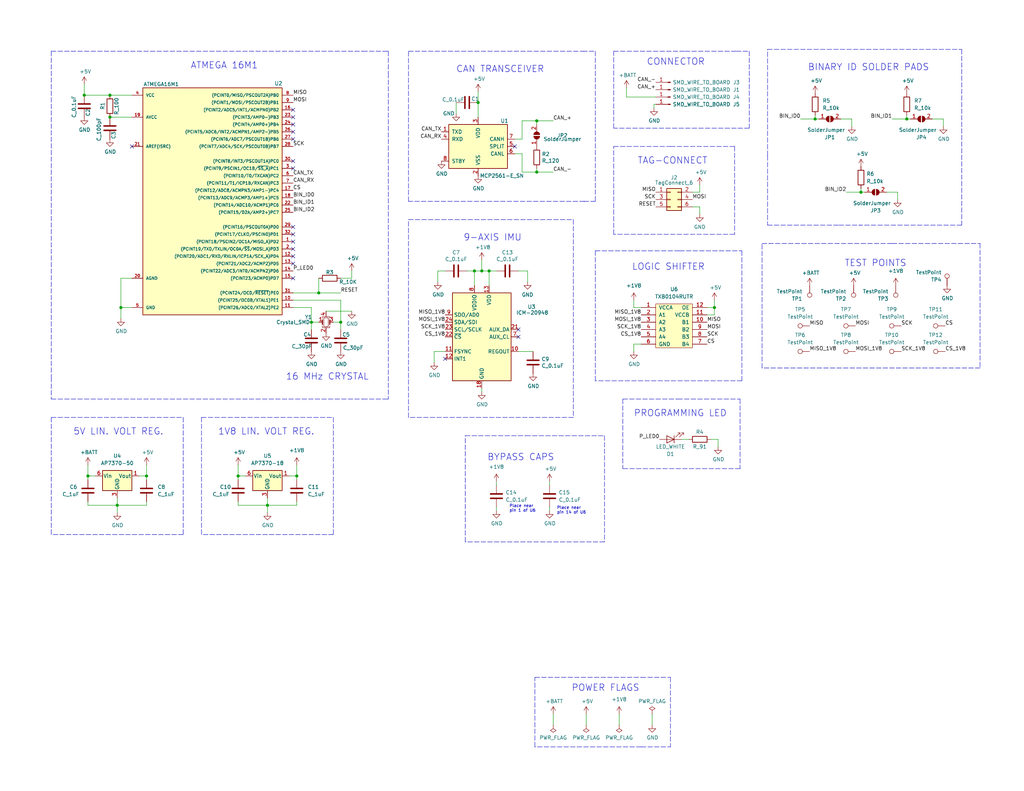
<source format=kicad_sch>
(kicad_sch (version 20211123) (generator eeschema)
  (paper "User" 354.99 274.32)
  (title_block (title "OEM 9-Axis IMU") (date "2022-12-29") (rev "v01") (company "Olin Electric Motorsports") (comment 1 "Drew Pang"))
  (junction (at 107.95 111.76))
  (junction (at 314.325 41.275))
  (junction (at 118.11 111.76))
  (junction (at 38.1 40.64))
  (junction (at 102.87 165.1))
  (junction (at 282.575 41.275))
  (junction (at 165.735 35.56))
  (junction (at 247.65 106.68))
  (junction (at 164.465 93.98))
  (junction (at 186.055 59.69))
  (junction (at 50.8 165.1))
  (junction (at 110.49 101.6))
  (junction (at 167.005 93.98))
  (junction (at 298.45 66.675))
  (junction (at 29.21 33.02))
  (junction (at 41.91 106.68))
  (junction (at 169.545 93.98))
  (junction (at 30.48 165.1))
  (junction (at 92.71 175.26))
  (junction (at 186.055 41.91))
  (junction (at 82.55 165.1))
  (junction (at 38.1 33.02))
  (junction (at 40.64 175.26))
  (no_connect (at 101.6 48.26))
  (no_connect (at 154.305 124.46))
  (no_connect (at 101.6 81.28))
  (no_connect (at 101.6 78.74))
  (no_connect (at 179.705 116.84))
  (no_connect (at 101.6 83.82))
  (no_connect (at 179.705 114.3))
  (no_connect (at 101.6 88.9))
  (no_connect (at 101.6 91.44))
  (no_connect (at 101.6 38.1))
  (no_connect (at 101.6 86.36))
  (no_connect (at 101.6 55.88))
  (no_connect (at 101.6 45.72))
  (no_connect (at 101.6 58.42))
  (no_connect (at 101.6 40.64))
  (no_connect (at 45.72 50.8))
  (no_connect (at 101.6 96.52))
  (no_connect (at 101.6 43.18))
  (no_connect (at 178.435 50.8))
  (wire (pts (xy 30.48 173.99) (xy 30.48 175.26)))
  (polyline (pts (xy 259.715 44.45) (xy 255.27 44.45)))
  (wire (pts (xy 118.11 96.52) (xy 121.92 96.52)))
  (wire (pts (xy 164.465 93.98) (xy 164.465 99.06)))
  (wire (pts (xy 92.71 175.26) (xy 92.71 177.8)))
  (wire (pts (xy 33.02 165.1) (xy 30.48 165.1)))
  (wire (pts (xy 107.95 111.76) (xy 107.95 106.68)))
  (polyline (pts (xy 134.62 17.78) (xy 134.62 25.4)))
  (wire (pts (xy 102.87 173.99) (xy 102.87 175.26)))
  (wire (pts (xy 277.495 41.275) (xy 282.575 41.275)))
  (wire (pts (xy 101.6 101.6) (xy 110.49 101.6)))
  (wire (pts (xy 179.705 121.92) (xy 184.785 121.92)))
  (polyline (pts (xy 237.49 17.78) (xy 255.27 17.78)))
  (polyline (pts (xy 206.375 17.78) (xy 206.375 69.85)))
  (polyline (pts (xy 133.35 138.43) (xy 134.62 138.43)))
  (polyline (pts (xy 17.78 17.78) (xy 125.73 17.78)))
  (wire (pts (xy 121.92 96.52) (xy 121.92 93.98)))
  (polyline (pts (xy 212.725 17.78) (xy 237.49 17.78)))
  (wire (pts (xy 186.055 41.91) (xy 191.77 41.91)))
  (polyline (pts (xy 266.065 53.975) (xy 266.065 17.145)))
  (wire (pts (xy 150.495 121.92) (xy 150.495 125.73)))
  (wire (pts (xy 246.38 152.4) (xy 248.92 152.4)))
  (wire (pts (xy 180.975 59.69) (xy 186.055 59.69)))
  (wire (pts (xy 30.48 161.29) (xy 30.48 165.1)))
  (polyline (pts (xy 141.605 76.2) (xy 198.755 76.2)))
  (wire (pts (xy 190.5 175.895) (xy 190.5 177.165)))
  (polyline (pts (xy 115.57 144.78) (xy 115.57 185.42)))
  (wire (pts (xy 48.26 165.1) (xy 50.8 165.1)))
  (wire (pts (xy 182.88 93.98) (xy 182.88 97.79)))
  (wire (pts (xy 298.45 66.675) (xy 298.45 65.405)))
  (polyline (pts (xy 333.375 17.145) (xy 333.375 78.105)))
  (wire (pts (xy 282.575 41.275) (xy 283.845 41.275)))
  (polyline (pts (xy 309.245 84.455) (xy 339.725 84.455)))
  (wire (pts (xy 180.975 41.91) (xy 186.055 41.91)))
  (wire (pts (xy 41.91 106.68) (xy 41.91 96.52)))
  (wire (pts (xy 82.55 165.1) (xy 82.55 166.37)))
  (polyline (pts (xy 222.25 259.08) (xy 232.41 259.08)))
  (wire (pts (xy 314.325 41.275) (xy 314.325 40.005)))
  (wire (pts (xy 169.545 99.06) (xy 169.545 93.98)))
  (wire (pts (xy 172.085 167.005) (xy 172.085 168.275)))
  (polyline (pts (xy 212.725 44.45) (xy 212.725 17.78)))
  (polyline (pts (xy 234.95 138.43) (xy 256.54 138.43)))
  (polyline (pts (xy 63.5 185.42) (xy 17.78 185.42)))
  (wire (pts (xy 247.65 109.22) (xy 247.65 106.68)))
  (wire (pts (xy 40.64 172.72) (xy 40.64 175.26)))
  (wire (pts (xy 164.465 93.98) (xy 167.005 93.98)))
  (polyline (pts (xy 300.355 17.145) (xy 333.375 17.145)))
  (polyline (pts (xy 141.605 144.78) (xy 141.605 76.2)))
  (wire (pts (xy 102.87 165.1) (xy 102.87 166.37)))
  (wire (pts (xy 236.22 152.4) (xy 238.76 152.4)))
  (wire (pts (xy 167.005 93.98) (xy 169.545 93.98)))
  (wire (pts (xy 245.11 106.68) (xy 247.65 106.68)))
  (polyline (pts (xy 141.605 69.85) (xy 141.605 17.78)))
  (polyline (pts (xy 125.73 138.43) (xy 133.35 138.43)))
  (wire (pts (xy 107.95 114.3) (xy 107.95 111.76)))
  (polyline (pts (xy 339.725 127.635) (xy 264.16 127.635)))
  (wire (pts (xy 113.03 107.95) (xy 121.92 107.95)))
  (polyline (pts (xy 222.25 234.95) (xy 232.41 234.95)))
  (wire (pts (xy 41.91 106.68) (xy 45.72 106.68)))
  (wire (pts (xy 165.735 35.56) (xy 165.735 31.75)))
  (polyline (pts (xy 257.175 86.995) (xy 257.175 132.08)))
  (wire (pts (xy 118.11 111.76) (xy 118.11 114.3)))
  (wire (pts (xy 309.245 41.275) (xy 314.325 41.275)))
  (polyline (pts (xy 264.16 84.455) (xy 309.245 84.455)))
  (polyline (pts (xy 185.42 259.08) (xy 185.42 234.95)))
  (polyline (pts (xy 161.29 151.13) (xy 182.245 151.13)))
  (polyline (pts (xy 255.27 17.78) (xy 259.715 17.78)))
  (wire (pts (xy 50.8 161.29) (xy 50.8 165.1)))
  (wire (pts (xy 222.25 119.38) (xy 219.71 119.38)))
  (polyline (pts (xy 17.78 17.78) (xy 17.78 130.81)))
  (wire (pts (xy 41.91 96.52) (xy 45.72 96.52)))
  (polyline (pts (xy 264.16 127.635) (xy 264.16 84.455)))
  (wire (pts (xy 217.17 33.655) (xy 227.33 33.655)))
  (wire (pts (xy 311.15 69.215) (xy 311.15 66.675)))
  (polyline (pts (xy 215.9 138.43) (xy 234.95 138.43)))
  (wire (pts (xy 295.275 43.815) (xy 295.275 41.275)))
  (wire (pts (xy 314.325 41.275) (xy 315.595 41.275)))
  (polyline (pts (xy 209.55 187.96) (xy 161.29 187.96)))
  (wire (pts (xy 178.435 53.34) (xy 180.975 53.34)))
  (wire (pts (xy 115.57 111.76) (xy 118.11 111.76)))
  (wire (pts (xy 295.275 41.275) (xy 291.465 41.275)))
  (polyline (pts (xy 255.27 44.45) (xy 212.725 44.45)))
  (wire (pts (xy 203.2 251.46) (xy 203.2 247.65)))
  (wire (pts (xy 248.92 152.4) (xy 248.92 154.94)))
  (wire (pts (xy 29.21 29.21) (xy 29.21 33.02)))
  (wire (pts (xy 311.15 66.675) (xy 307.34 66.675)))
  (wire (pts (xy 110.49 101.6) (xy 118.11 101.6)))
  (wire (pts (xy 282.575 41.275) (xy 282.575 40.005)))
  (wire (pts (xy 100.33 165.1) (xy 102.87 165.1)))
  (polyline (pts (xy 69.85 144.78) (xy 69.85 185.42)))
  (wire (pts (xy 167.005 93.98) (xy 167.005 90.17)))
  (wire (pts (xy 180.975 41.91) (xy 180.975 48.26)))
  (polyline (pts (xy 256.54 162.56) (xy 215.9 162.56)))
  (polyline (pts (xy 182.245 151.13) (xy 209.55 151.13)))
  (wire (pts (xy 30.48 175.26) (xy 40.64 175.26)))
  (polyline (pts (xy 134.62 25.4) (xy 134.62 138.43)))
  (wire (pts (xy 110.49 101.6) (xy 110.49 96.52)))
  (wire (pts (xy 226.695 37.465) (xy 226.695 36.195)))
  (polyline (pts (xy 232.41 50.8) (xy 254.635 50.8)))
  (wire (pts (xy 186.055 59.69) (xy 191.77 59.69)))
  (polyline (pts (xy 266.065 17.145) (xy 300.355 17.145)))
  (polyline (pts (xy 290.83 78.105) (xy 298.45 78.105)))
  (polyline (pts (xy 206.375 132.08) (xy 206.375 86.995)))
  (polyline (pts (xy 133.35 17.78) (xy 134.62 17.78)))
  (wire (pts (xy 82.55 175.26) (xy 92.71 175.26)))
  (polyline (pts (xy 198.755 76.2) (xy 198.755 144.78)))
  (wire (pts (xy 245.11 109.22) (xy 247.65 109.22)))
  (wire (pts (xy 178.435 48.26) (xy 180.975 48.26)))
  (polyline (pts (xy 161.29 187.96) (xy 161.29 151.13)))
  (wire (pts (xy 107.95 111.76) (xy 110.49 111.76)))
  (wire (pts (xy 242.57 64.135) (xy 242.57 66.675)))
  (polyline (pts (xy 201.93 17.78) (xy 206.375 17.78)))
  (wire (pts (xy 50.8 173.99) (xy 50.8 175.26)))
  (wire (pts (xy 172.085 175.895) (xy 172.085 177.165)))
  (polyline (pts (xy 202.565 69.85) (xy 141.605 69.85)))
  (polyline (pts (xy 266.065 53.975) (xy 266.065 78.105)))
  (wire (pts (xy 50.8 165.1) (xy 50.8 166.37)))
  (wire (pts (xy 85.09 165.1) (xy 82.55 165.1)))
  (polyline (pts (xy 339.725 84.455) (xy 339.725 127.635)))
  (wire (pts (xy 240.03 66.675) (xy 242.57 66.675)))
  (polyline (pts (xy 266.065 78.105) (xy 290.83 78.105)))
  (wire (pts (xy 102.87 175.26) (xy 92.71 175.26)))
  (polyline (pts (xy 125.73 17.78) (xy 133.35 17.78)))
  (wire (pts (xy 242.57 71.755) (xy 242.57 74.295)))
  (wire (pts (xy 247.65 104.14) (xy 247.65 106.68)))
  (polyline (pts (xy 235.585 86.995) (xy 257.175 86.995)))
  (wire (pts (xy 29.21 33.02) (xy 38.1 33.02)))
  (wire (pts (xy 118.11 104.14) (xy 101.6 104.14)))
  (polyline (pts (xy 215.9 138.43) (xy 215.9 162.56)))
  (polyline (pts (xy 206.375 86.995) (xy 235.585 86.995)))
  (polyline (pts (xy 115.57 185.42) (xy 69.85 185.42)))
  (polyline (pts (xy 256.54 138.43) (xy 256.54 162.56)))
  (wire (pts (xy 38.1 40.64) (xy 45.72 40.64)))
  (wire (pts (xy 38.1 33.02) (xy 45.72 33.02)))
  (wire (pts (xy 41.91 110.49) (xy 41.91 106.68)))
  (polyline (pts (xy 141.605 17.78) (xy 202.565 17.78)))
  (polyline (pts (xy 17.78 130.81) (xy 17.78 138.43)))
  (polyline (pts (xy 212.725 81.28) (xy 212.725 50.8)))
  (wire (pts (xy 293.37 66.675) (xy 298.45 66.675)))
  (wire (pts (xy 167.005 134.62) (xy 167.005 135.89)))
  (polyline (pts (xy 212.725 50.8) (xy 232.41 50.8)))
  (polyline (pts (xy 69.85 144.78) (xy 115.57 144.78)))
  (wire (pts (xy 82.55 173.99) (xy 82.55 175.26)))
  (wire (pts (xy 161.925 93.98) (xy 164.465 93.98)))
  (wire (pts (xy 298.45 66.675) (xy 299.72 66.675)))
  (polyline (pts (xy 206.375 69.85) (xy 201.93 69.85)))
  (polyline (pts (xy 17.78 144.78) (xy 63.5 144.78)))
  (polyline (pts (xy 333.375 78.105) (xy 297.815 78.105)))
  (wire (pts (xy 214.63 247.65) (xy 214.63 251.46)))
  (wire (pts (xy 226.06 247.65) (xy 226.06 251.46)))
  (wire (pts (xy 82.55 161.29) (xy 82.55 165.1)))
  (wire (pts (xy 327.025 43.815) (xy 327.025 41.275)))
  (wire (pts (xy 154.305 121.92) (xy 150.495 121.92)))
  (polyline (pts (xy 232.41 234.95) (xy 232.41 259.08)))
  (wire (pts (xy 222.25 106.68) (xy 219.71 106.68)))
  (wire (pts (xy 151.765 93.98) (xy 151.765 97.79)))
  (polyline (pts (xy 17.78 138.43) (xy 125.73 138.43)))
  (wire (pts (xy 179.705 93.98) (xy 182.88 93.98)))
  (polyline (pts (xy 63.5 144.78) (xy 63.5 185.42)))
  (wire (pts (xy 30.48 165.1) (xy 30.48 166.37)))
  (wire (pts (xy 40.64 175.26) (xy 40.64 177.8)))
  (polyline (pts (xy 254.635 50.8) (xy 254.635 81.28)))
  (wire (pts (xy 92.71 172.72) (xy 92.71 175.26)))
  (polyline (pts (xy 254.635 81.28) (xy 212.725 81.28)))
  (wire (pts (xy 226.695 36.195) (xy 227.33 36.195)))
  (wire (pts (xy 118.11 111.76) (xy 118.11 104.14)))
  (polyline (pts (xy 17.78 144.78) (xy 17.78 185.42)))
  (wire (pts (xy 50.8 175.26) (xy 40.64 175.26)))
  (wire (pts (xy 151.765 93.98) (xy 154.305 93.98)))
  (wire (pts (xy 217.17 30.48) (xy 217.17 33.655)))
  (wire (pts (xy 190.5 167.005) (xy 190.5 168.275)))
  (wire (pts (xy 158.115 35.56) (xy 158.115 39.37)))
  (wire (pts (xy 186.055 43.18) (xy 186.055 41.91)))
  (wire (pts (xy 219.71 119.38) (xy 219.71 121.92)))
  (polyline (pts (xy 257.175 132.08) (xy 206.375 132.08)))
  (wire (pts (xy 219.71 104.14) (xy 219.71 106.68)))
  (wire (pts (xy 191.77 247.65) (xy 191.77 251.46)))
  (wire (pts (xy 169.545 93.98) (xy 172.085 93.98)))
  (wire (pts (xy 327.025 41.275) (xy 323.215 41.275)))
  (wire (pts (xy 107.95 106.68) (xy 101.6 106.68)))
  (polyline (pts (xy 185.42 234.95) (xy 222.25 234.95)))
  (polyline (pts (xy 259.715 17.78) (xy 259.715 44.45)))
  (wire (pts (xy 186.055 58.42) (xy 186.055 59.69)))
  (wire (pts (xy 102.87 161.29) (xy 102.87 165.1)))
  (polyline (pts (xy 222.25 259.08) (xy 185.42 259.08)))
  (wire (pts (xy 165.735 40.64) (xy 165.735 35.56)))
  (wire (pts (xy 240.03 71.755) (xy 242.57 71.755)))
  (polyline (pts (xy 209.55 151.13) (xy 209.55 187.96)))
  (polyline (pts (xy 198.755 144.78) (xy 141.605 144.78)))
  (wire (pts (xy 180.975 53.34) (xy 180.975 59.69)))
  (text "BYPASS CAPS" (at 168.91 160.02 0) (effects (font (size 2.2606 2.2606)) (justify left bottom)))
  (text "BINARY ID SOLDER PADS" (at 280.035 24.765 0) (effects (font (size 2.2606 2.2606)) (justify left bottom)))
  (text "1V8 LIN. VOLT REG." (at 75.565 151.13 0) (effects (font (size 2.2606 2.2606)) (justify left bottom)))
  (text "CAN TRANSCEIVER\n" (at 158.115 25.4 0) (effects (font (size 2.2606 2.2606)) (justify left bottom)))
  (text "TEST POINTS" (at 292.735 92.71 0) (effects (font (size 2.2606 2.2606)) (justify left bottom)))
  (text "16 MHz CRYSTAL\n" (at 99.06 132.08 0) (effects (font (size 2.2606 2.2606)) (justify left bottom)))
  (text "Place near \npin 14 of U6" (at 193.04 178.435 0) (effects (font (size 1 1)) (justify left bottom)))
  (text "TAG-CONNECT" (at 220.98 57.15 0) (effects (font (size 2.2606 2.2606)) (justify left bottom)))
  (text "CONNECTOR" (at 224.155 22.86 0) (effects (font (size 2.2606 2.2606)) (justify left bottom)))
  (text "LOGIC SHIFTER" (at 219.075 93.98 0) (effects (font (size 2.2606 2.2606)) (justify left bottom)))
  (text "5V LIN. VOLT REG." (at 25.4 151.13 0) (effects (font (size 2.2606 2.2606)) (justify left bottom)))
  (text "POWER FLAGS\n" (at 198.12 240.03 0) (effects (font (size 2.2606 2.2606)) (justify left bottom)))
  (text "ATMEGA 16M1\n" (at 66.04 24.13 0) (effects (font (size 2.2606 2.2606)) (justify left bottom)))
  (text "PROGRAMMING LED" (at 219.71 144.78 0) (effects (font (size 2.2606 2.2606)) (justify left bottom)))
  (text "9-AXIS IMU" (at 160.655 83.82 0) (effects (font (size 2.2606 2.2606)) (justify left bottom)))
  (text "Place near \npin 1 of U6" (at 176.53 177.8 0) (effects (font (size 1 1)) (justify left bottom)))
  (label "CS_1V8" (at 154.305 116.84 180))
  (label "MOSI" (at 240.03 69.215 0))
  (label "BIN_ID0" (at 277.495 41.275 180))
  (label "SCK_1V8" (at 312.42 121.92 0))
  (label "MOSI_1V8" (at 296.545 121.92 0))
  (label "MISO_1V8" (at 154.305 109.22 180))
  (label "BIN_ID1" (at 309.245 41.275 180))
  (label "CAN_TX" (at 101.6 60.96 0))
  (label "SCK" (at 312.42 113.03 0))
  (label "SCK" (at 245.11 116.84 0))
  (label "P_LED0" (at 228.6 152.4 180))
  (label "CS_1V8" (at 327.66 121.92 0))
  (label "MISO" (at 280.67 113.03 0))
  (label "CAN_-" (at 191.77 59.69 0))
  (label "CAN_+" (at 227.33 31.115 180))
  (label "BIN_ID0" (at 101.6 68.58 0))
  (label "MOSI_1V8" (at 154.305 111.76 180))
  (label "CAN_RX" (at 153.035 48.26 180))
  (label "CAN_RX" (at 101.6 63.5 0))
  (label "CS" (at 101.6 66.04 0))
  (label "CAN_-" (at 227.33 28.575 180))
  (label "MOSI" (at 101.6 35.56 0))
  (label "BIN_ID1" (at 101.6 71.12 0))
  (label "P_LED0" (at 101.6 93.98 0))
  (label "MISO" (at 245.11 111.76 0))
  (label "SCK" (at 101.6 50.8 0))
  (label "SCK_1V8" (at 222.25 114.3 180))
  (label "MOSI_1V8" (at 222.25 111.76 180))
  (label "BIN_ID2" (at 101.6 73.66 0))
  (label "MOSI" (at 296.545 113.03 0))
  (label "RESET" (at 118.11 101.6 0))
  (label "MISO_1V8" (at 222.25 109.22 180))
  (label "CAN_TX" (at 153.035 45.72 180))
  (label "CAN_+" (at 191.77 41.91 0))
  (label "SCK_1V8" (at 154.305 114.3 180))
  (label "MISO" (at 227.33 66.675 180))
  (label "SCK" (at 227.33 69.215 180))
  (label "CS" (at 245.11 119.38 0))
  (label "MOSI" (at 245.11 114.3 0))
  (label "MISO" (at 101.6 33.02 0))
  (label "BIN_ID2" (at 293.37 66.675 180))
  (label "MISO_1V8" (at 280.67 121.92 0))
  (label "CS" (at 327.66 113.03 0))
  (label "RESET" (at 227.33 71.755 180))
  (label "CS_1V8" (at 222.25 116.84 180))
  (symbol (lib_id "power:GND") (at 226.06 251.46 0) (unit 1)
    (property "Reference" "#PWR?" (effects hide))
    (property "Value" "GND" (at 226.187 255.8542 0))
  )
  (symbol (lib_id "formula:ATMEGA16M1") (at 73.66 76.2 0) (unit 1)
    (property "Reference" "U2" (at 96.52 28.956 0))
    (property "Value" "ATMEGA16M1" (at 55.88 29.21 0))
    (property "Footprint" "footprints:32-QFN" (effects hide))
    (property "Datasheet" "http://ww1.microchip.com/downloads/en/DeviceDoc/Atmel-8209-8-bit%20AVR%20ATmega16M1-32M1-64M1_Datasheet.pdf" (effects hide))
    (property "MFN" "DK" (effects hide))
    (property "MPN" "ATMEGA16M1-AU-ND" (effects hide))
    (property "PurchasingLink" "https://www.digikey.com/product-detail/en/atmel/ATMEGA16M1-AU/ATMEGA16M1-AU-ND/2271208" (effects hide))
  )
  (symbol (lib_id "formula:R_100") (at 38.1 36.83 0) (unit 1)
    (property "Reference" "R1" (at 35.56 38.1 90) (effects (justify left)))
    (property "Value" "R_100" (at 40.386 39.878 90) (effects (justify left)))
    (property "Footprint" "footprints:R_0603_1608Metric" (effects hide))
    (property "Datasheet" "https://www.seielect.com/Catalog/SEI-rncp.pdf" (effects hide))
    (property "MFN" "DK" (effects hide))
    (property "MPN" "RNCP0805FTD100RCT-ND" (effects hide))
    (property "PurchasingLink" "https://www.digikey.com/products/en?keywords=RNCP0805FTD100RCT-ND" (effects hide))
  )
  (symbol (lib_id "formula:C_0.1uF") (at 29.21 36.83 0) (unit 1)
    (property "Reference" "C2" (at 30.48 40.386 90) (effects (justify left)))
    (property "Value" "C_0.1uF" (at 25.654 40.894 90) (effects (justify left)))
    (property "Footprint" "footprints:C_0603_1608Metric" (effects hide))
    (property "Datasheet" "http://datasheets.avx.com/X7RDielectric.pdf" (effects hide))
    (property "MFN" "DK" (effects hide))
    (property "MPN" "478-3352-1-ND" (effects hide))
    (property "PurchasingLink" "https://www.digikey.com/products/en?keywords=478-3352-1-ND" (effects hide))
  )
  (symbol (lib_id "formula:C_100pF") (at 38.1 44.45 0) (unit 1)
    (property "Reference" "C3" (at 39.37 48.26 90) (effects (justify left)))
    (property "Value" "C_100pF" (at 34.29 49.022 90) (effects (justify left)))
    (property "Footprint" "footprints:C_0603_1608Metric" (effects hide))
    (property "Datasheet" "https://katalog.we-online.de/pbs/datasheet/885012007057.pdf" (effects hide))
    (property "MFN" "DK" (effects hide))
    (property "MPN" "732-7852-1-ND" (effects hide))
    (property "PurchasingLink" "https://www.digikey.com/product-detail/en/wurth-electronics-inc/885012007057/732-7852-1-ND/5454479" (effects hide))
  )
  (symbol (lib_id "power:GND") (at 29.21 40.64 0) (unit 1)
    (property "Reference" "#PWR?" (effects hide))
    (property "Value" "GND" (at 29.337 45.0342 0))
  )
  (symbol (lib_id "power:GND") (at 38.1 48.26 0) (unit 1)
    (property "Reference" "#PWR?" (effects hide))
    (property "Value" "GND" (at 38.227 52.6542 0))
  )
  (symbol (lib_id "formula:Crystal_SMD") (at 113.03 111.76 0) (unit 1)
    (property "Reference" "Y1" (at 105.664 109.982 0) (effects (justify left)))
    (property "Value" "Crystal_SMD" (at 95.758 111.76 0) (effects (justify left)))
    (property "Footprint" "footprints:Crystal_SMD_FA238" (effects hide))
    (property "Datasheet" "http://www.txccorp.com/download/products/quartz_crystals/2015TXC_7M_17.pdf" (effects hide))
    (property "MFN" "DK" (effects hide))
    (property "MPN" "887-1125-1-ND" (effects hide))
    (property "PurchasingLink" "https://www.digikey.com/product-detail/en/txc-corporation/7M-16.000MAAJ-T/887-1125-1-ND/2119014" (effects hide))
  )
  (symbol (lib_id "formula:C_30pF") (at 107.95 118.11 0) (unit 1)
    (property "Reference" "C4" (at 105.156 116.078 0) (effects (justify left)))
    (property "Value" "C_30pF" (at 101.092 120.142 0) (effects (justify left)))
    (property "Footprint" "footprints:C_0603_1608Metric" (effects hide))
    (property "Datasheet" "https://media.digikey.com/pdf/Data%20Sheets/Samsung%20PDFs/CL_Series_MLCC_ds.pdf" (effects hide))
    (property "MFN" "DK" (effects hide))
    (property "MPN" "1276-1130-1-ND" (effects hide))
    (property "PurchasingLink" "https://www.digikey.com/product-detail/en/samsung-electro-mechanics-america-inc/CL21C300JBANNNC/1276-1130-1-ND/3889216" (effects hide))
  )
  (symbol (lib_id "formula:C_30pF") (at 118.11 118.11 0) (unit 1)
    (property "Reference" "C5" (at 118.618 116.078 0) (effects (justify left)))
    (property "Value" "C_30pF" (at 118.872 120.65 0) (effects (justify left)))
    (property "Footprint" "footprints:C_0603_1608Metric" (effects hide))
    (property "Datasheet" "https://media.digikey.com/pdf/Data%20Sheets/Samsung%20PDFs/CL_Series_MLCC_ds.pdf" (effects hide))
    (property "MFN" "DK" (effects hide))
    (property "MPN" "1276-1130-1-ND" (effects hide))
    (property "PurchasingLink" "https://www.digikey.com/product-detail/en/samsung-electro-mechanics-america-inc/CL21C300JBANNNC/1276-1130-1-ND/3889216" (effects hide))
  )
  (symbol (lib_id "formula:R_10K") (at 114.3 96.52 270) (unit 1)
    (property "Reference" "R3" (at 114.3 94.488 90))
    (property "Value" "R_10K" (at 120.65 97.79 90))
    (property "Footprint" "footprints:R_0603_1608Metric" (effects hide))
    (property "Datasheet" "http://www.bourns.com/data/global/pdfs/CRS.pdf" (effects hide))
    (property "MFN" "DK" (effects hide))
    (property "MPN" "CRS0805-FX-1002ELFCT-ND" (effects hide))
    (property "PurchasingLink" "https://www.digikey.com/products/en?keywords=CRS0805-FX-1002ELFCT-ND" (effects hide))
  )
  (symbol (lib_id "power:GND") (at 107.95 121.92 0) (unit 1)
    (property "Reference" "#PWR?" (effects hide))
    (property "Value" "GND" (at 108.077 126.3142 0))
  )
  (symbol (lib_id "power:GND") (at 118.11 121.92 0) (unit 1)
    (property "Reference" "#PWR?" (effects hide))
    (property "Value" "GND" (at 118.237 126.3142 0))
  )
  (symbol (lib_id "power:GND") (at 113.03 115.57 0) (unit 1)
    (property "Reference" "#PWR?" (effects hide))
    (property "Value" "GND" (at 113.157 119.9642 0))
  )
  (symbol (lib_id "power:GND") (at 121.92 107.95 0) (unit 1)
    (property "Reference" "#PWR?" (effects hide))
    (property "Value" "GND" (at 122.047 112.3442 0))
  )
  (symbol (lib_id "power:GND") (at 41.91 110.49 0) (unit 1)
    (property "Reference" "#PWR?" (effects hide))
    (property "Value" "GND" (at 42.037 114.8842 0))
  )
  (symbol (lib_id "formula:MCP2561-E_SN") (at 165.735 50.8 0) (unit 1)
    (property "Reference" "U1" (at 174.879 41.91 0))
    (property "Value" "MCP2561-E_SN" (at 173.99 60.96 0))
    (property "Footprint" "footprints:DFN8_3x3MC_MCH" (effects hide))
    (property "Datasheet" "http://www.microchip.com/mymicrochip/filehandler.aspx?ddocname=en561044" (effects hide))
    (property "MFN" "DK" (effects hide))
    (property "MPN" "MCP2561-E/SN-ND" (effects hide))
    (property "PurchasingLink" "https://www.digikey.com/products/en?keywords=mcp2561-e%2Fsn" (effects hide))
  )
  (symbol (lib_id "formula:C_0.1uF") (at 161.925 35.56 270) (unit 1)
    (property "Reference" "C1" (at 164.719 34.29 90))
    (property "Value" "C_0.1uF" (at 157.099 34.544 90))
    (property "Footprint" "footprints:C_0603_1608Metric" (effects hide))
    (property "Datasheet" "http://datasheets.avx.com/X7RDielectric.pdf" (effects hide))
    (property "MFN" "DK" (effects hide))
    (property "MPN" "478-3352-1-ND" (effects hide))
    (property "PurchasingLink" "https://www.digikey.com/products/en?keywords=478-3352-1-ND" (effects hide))
  )
  (symbol (lib_id "power:GND") (at 158.115 39.37 0) (unit 1)
    (property "Reference" "#PWR?" (effects hide))
    (property "Value" "GND" (at 155.575 39.37 0))
  )
  (symbol (lib_id "power:GND") (at 165.735 60.96 0) (unit 1)
    (property "Reference" "#PWR?" (effects hide))
    (property "Value" "GND" (at 165.862 65.3542 0))
  )
  (symbol (lib_id "power:GND") (at 153.035 55.88 0) (unit 1)
    (property "Reference" "#PWR?" (effects hide))
    (property "Value" "GND" (at 153.162 60.2742 0))
  )
  (symbol (lib_id "power:PWR_FLAG") (at 191.77 251.46 180) (unit 1)
    (property "Reference" "#FLG?" (effects hide))
    (property "Value" "PWR_FLAG" (at 191.77 255.8796 0))
  )
  (symbol (lib_id "power:PWR_FLAG") (at 203.2 251.46 180) (unit 1)
    (property "Reference" "#FLG?" (effects hide))
    (property "Value" "PWR_FLAG" (at 203.2 255.8796 0))
  )
  (symbol (lib_id "power:PWR_FLAG") (at 226.06 247.65 0) (unit 1)
    (property "Reference" "#FLG?" (effects hide))
    (property "Value" "PWR_FLAG" (at 226.06 243.2304 0))
  )
  (symbol (lib_id "formula:R_120_DNP") (at 186.055 54.61 0) (unit 1)
    (property "Reference" "R2" (at 187.833 53.4416 0) (effects (justify left)))
    (property "Value" "R_120" (at 187.833 55.753 0) (effects (justify left)))
    (property "Footprint" "footprints:R_0603_1608Metric" (effects hide))
    (property "Datasheet" "https://www.mouser.com/datasheet/2/315/AOA0000C304-1149620.pdf" (effects hide))
    (property "MFN" "DK" (effects hide))
    (property "MPN" "667-ERJ-6ENF1200V" (effects hide))
    (property "PurchasingLink" "https://www.mouser.com/ProductDetail/Panasonic-Industrial-Devices/ERJ-6ENF1200V?qs=sGAEpiMZZMvdGkrng054t8AJgcdMkx7x%252bFQnctTMUmU%3d" (effects hide))
  )
  (symbol (lib_id "power:+5V") (at 29.21 29.21 0) (unit 1)
    (property "Reference" "#PWR?" (effects hide))
    (property "Value" "+5V" (at 29.591 24.8158 0))
  )
  (symbol (lib_id "power:+5V") (at 203.2 247.65 0) (unit 1)
    (property "Reference" "#PWR?" (effects hide))
    (property "Value" "+5V" (at 203.581 243.2558 0))
  )
  (symbol (lib_id "formula:ICM-20948") (at 167.005 116.84 0) (unit 1)
    (property "Reference" "U3" (at 184.277 106.426 0))
    (property "Value" "ICM-20948" (at 184.531 108.458 0))
    (property "Footprint" "Sensor_Motion:InvenSense_QFN-24_3x3mm_P0.4mm" (effects hide))
    (property "Datasheet" "http://www.invensense.com/wp-content/uploads/2016/06/DS-000189-ICM-20948-v1.3.pdf" (effects hide))
    (property "MPN" "ICM-20948" (effects hide))
    (property "PurchasingLink" "https://www.digikey.com/en/products/detail/tdk-invensense/ICM-20948/6623535" (effects hide))
  )
  (symbol (lib_id "power:GND") (at 167.005 135.89 0) (unit 1)
    (property "Reference" "#PWR?" (effects hide))
    (property "Value" "GND" (at 167.132 140.2842 0))
  )
  (symbol (lib_id "power:GND") (at 151.765 97.79 0) (unit 1)
    (property "Reference" "#PWR?" (effects hide))
    (property "Value" "GND" (at 151.892 102.1842 0))
  )
  (symbol (lib_id "formula:C_0.1uF") (at 158.115 93.98 270) (unit 1)
    (property "Reference" "C7" (at 158.115 87.5792 90))
    (property "Value" "C_0.1uF" (at 158.115 89.8906 90))
    (property "Footprint" "footprints:C_0603_1608Metric" (effects hide))
    (property "Datasheet" "http://datasheets.avx.com/X7RDielectric.pdf" (effects hide))
    (property "MFN" "DK" (effects hide))
    (property "MPN" "478-3352-1-ND" (effects hide))
    (property "PurchasingLink" "https://www.digikey.com/products/en?keywords=478-3352-1-ND" (effects hide))
  )
  (symbol (lib_id "power:+1V8") (at 167.005 90.17 0) (unit 1)
    (property "Reference" "#PWR?" (effects hide))
    (property "Value" "+1V8" (at 167.386 85.7758 0))
  )
  (symbol (lib_id "power:GND") (at 150.495 125.73 0) (unit 1)
    (property "Reference" "#PWR?" (effects hide))
    (property "Value" "GND" (at 150.622 130.1242 0))
  )
  (symbol (lib_id "formula:C_0.1uF") (at 184.785 125.73 180) (unit 1)
    (property "Reference" "C9" (at 187.706 124.5616 0) (effects (justify right)))
    (property "Value" "C_0.1uF" (at 187.706 126.873 0) (effects (justify right)))
    (property "Footprint" "footprints:C_0603_1608Metric" (effects hide))
    (property "Datasheet" "http://datasheets.avx.com/X7RDielectric.pdf" (effects hide))
    (property "MFN" "DK" (effects hide))
    (property "MPN" "478-3352-1-ND" (effects hide))
    (property "PurchasingLink" "https://www.digikey.com/products/en?keywords=478-3352-1-ND" (effects hide))
  )
  (symbol (lib_id "power:GND") (at 184.785 129.54 0) (unit 1)
    (property "Reference" "#PWR?" (effects hide))
    (property "Value" "GND" (at 184.912 133.9342 0))
  )
  (symbol (lib_id "formula:LED_0805") (at 232.41 152.4 180) (unit 1)
    (property "Reference" "D1" (at 232.41 157.48 0))
    (property "Value" "LED_WHITE" (at 232.41 154.94 0))
    (property "Footprint" "LED_SMD:LED_0603_1608Metric" (effects hide))
    (property "Datasheet" "https://optoelectronics.liteon.com/upload/download/DS22-2006-056/LTW-170ZDC.pdf" (effects hide))
    (property "MFN" "DK" (effects hide))
    (property "MPN" "LTW-170ZDC" (effects hide))
    (property "PurchasingLink" "https://www.digikey.com/en/products/detail/liteon/LTW-170ZDC/3198807" (effects hide))
  )
  (symbol (lib_id "power:+BATT") (at 191.77 247.65 0) (unit 1)
    (property "Reference" "#PWR?" (effects hide))
    (property "Value" "+BATT" (at 192.151 243.2558 0))
  )
  (symbol (lib_id "power:+5V") (at 121.92 93.98 0) (unit 1)
    (property "Reference" "#PWR?" (effects hide))
    (property "Value" "+5V" (at 122.301 89.5858 0))
  )
  (symbol (lib_id "power:+5V") (at 165.735 31.75 0) (unit 1)
    (property "Reference" "#PWR?" (effects hide))
    (property "Value" "+5V" (at 166.116 27.3558 0))
  )
  (symbol (lib_id "Connector:TestPoint") (at 295.91 99.06 180) (unit 1)
    (property "Reference" "TP2" (at 293.37 103.6321 0) (effects (justify left)))
    (property "Value" "TestPoint" (at 293.37 101.0921 0) (effects (justify left)))
    (property "Footprint" "footprints:TestPoint_Pad_D0.5mm" (effects hide))
  )
  (symbol (lib_id "Connector:TestPoint") (at 296.545 121.92 90) (unit 1)
    (property "Reference" "TP8" (at 293.243 116.205 90))
    (property "Value" "TestPoint" (at 293.243 118.745 90))
    (property "Footprint" "footprints:TestPoint_Pad_D0.5mm" (effects hide))
  )
  (symbol (lib_id "power:+5V") (at 190.5 167.005 0) (unit 1)
    (property "Reference" "#PWR035" (effects hide))
    (property "Value" "+5V" (at 190.881 162.6108 0))
  )
  (symbol (lib_id "Connector:TestPoint") (at 328.295 99.06 0) (unit 1)
    (property "Reference" "TP4" (at 326.39 97.0281 0) (effects (justify right)))
    (property "Value" "TestPoint" (at 326.39 94.4881 0) (effects (justify right)))
    (property "Footprint" "footprints:TestPoint_Pad_D0.5mm" (effects hide))
  )
  (symbol (lib_id "power:+1V8") (at 214.63 247.65 0) (unit 1)
    (property "Reference" "#PWR?" (effects hide))
    (property "Value" "+1V8" (at 214.63 242.57 0))
  )
  (symbol (lib_id "formula:C_1uF") (at 102.87 171.45 0) (unit 1)
    (property "Reference" "C11" (at 106.68 168.9099 0) (effects (justify left)))
    (property "Value" "C_1uF" (at 106.68 171.4499 0) (effects (justify left)))
    (property "Footprint" "footprints:C_0603_1608Metric" (effects hide))
    (property "Datasheet" "https://media.digikey.com/pdf/Data%20Sheets/Samsung%20PDFs/CL21B105KBFNNNG_Spec.pdf" (effects hide))
    (property "PurchasingLink" "https://www.digikey.com/en/products/detail/samsung-electro-mechanics/CL21B105KBFNNNG/3894467" (effects hide))
    (property "MFN" "DK" (effects hide))
    (property "MPN" "1276-6470-1-ND" (effects hide))
  )
  (symbol (lib_name "AP7370_1") (lib_id "formula:AP7370") (at 40.64 165.1 0) (unit 1)
    (property "Reference" "U4" (at 40.64 158.115 0))
    (property "Value" "AP7370-50" (at 40.64 160.655 0))
    (property "Footprint" "footprints:U-DFN2020-6" (effects hide))
    (property "MFN" "DK" (effects hide))
    (property "MPN" "AP7370-50FDC-7" (effects hide))
    (property "PurchasingLink" "https://www.digikey.com/en/products/detail/diodes-incorporated/AP7370-50FDC-7/10295016" (effects hide))
  )
  (symbol (lib_id "formula:C_1uF") (at 50.8 171.45 0) (unit 1)
    (property "Reference" "C8" (at 54.61 168.9099 0) (effects (justify left)))
    (property "Value" "C_1uF" (at 54.61 171.4499 0) (effects (justify left)))
    (property "Footprint" "footprints:C_0603_1608Metric" (effects hide))
    (property "Datasheet" "https://media.digikey.com/pdf/Data%20Sheets/Samsung%20PDFs/CL21B105KBFNNNG_Spec.pdf" (effects hide))
    (property "PurchasingLink" "https://www.digikey.com/en/products/detail/samsung-electro-mechanics/CL21B105KBFNNNG/3894467" (effects hide))
    (property "MFN" "DK" (effects hide))
    (property "MPN" "1276-6470-1-ND" (effects hide))
  )
  (symbol (lib_id "power:+5V") (at 295.91 99.06 0) (unit 1)
    (property "Reference" "#PWR?" (effects hide))
    (property "Value" "+5V" (at 296.291 94.6658 0))
  )
  (symbol (lib_id "Connector:TestPoint") (at 327.66 121.92 90) (unit 1)
    (property "Reference" "TP12" (at 324.358 116.205 90))
    (property "Value" "TestPoint" (at 324.358 118.745 90))
    (property "Footprint" "footprints:TestPoint_Pad_D0.5mm" (effects hide))
  )
  (symbol (lib_id "power:GND") (at 248.92 154.94 0) (unit 1)
    (property "Reference" "#PWR049" (effects hide))
    (property "Value" "GND" (at 249.047 159.3342 0))
  )
  (symbol (lib_id "formula:R_200") (at 242.57 152.4 90) (unit 1)
    (property "Reference" "R4" (at 242.57 149.86 90))
    (property "Value" "R_91" (at 242.57 154.94 90))
    (property "Footprint" "footprints:R_0603_1608Metric" (effects hide))
    (property "Datasheet" "https://www.seielect.com/Catalog/SEI-RMCF_RMCP.pdf" (effects hide))
    (property "MFN" "DK" (effects hide))
    (property "MPN" "RMCF0805JT200RCT-ND" (effects hide))
    (property "PurchasingLink" "https://www.digikey.com/products/en?keywords=RMCF0805JT200RCT-ND" (effects hide))
  )
  (symbol (lib_id "formula:AP7370") (at 92.71 165.1 0) (unit 1)
    (property "Reference" "U5" (at 92.71 158.115 0))
    (property "Value" "AP7370-18" (at 92.71 160.655 0))
    (property "Footprint" "footprints:U-DFN2020-6" (effects hide))
    (property "MFN" "DK" (effects hide))
    (property "MPN" "AP7370-18FDC-7" (effects hide))
    (property "PurchasingLink" "https://www.digikey.com/en/products/detail/diodes-incorporated/AP7370-18FDC-7/10294988?s=N4IgTCBcDaIDoBcAEBBACgdgMwYAwFoBGADgDEARAYXwxAF0BfIA" (effects hide))
  )
  (symbol (lib_id "formula:R_33.2k") (at 282.575 36.195 0) (unit 1)
    (property "Reference" "R5" (at 285.115 34.9249 0) (effects (justify left)))
    (property "Value" "R_10k" (at 285.115 37.4649 0) (effects (justify left)))
    (property "Footprint" "footprints:R_0603_1608Metric" (effects hide))
    (property "MFN" "TE" (effects hide))
    (property "MPN" "5-2176093-2" (effects hide))
    (property "PurchasingLink" "https://www.digikey.com/en/products/detail/te-connectivity-passive-product/5-2176093-2/4034157" (effects hide))
  )
  (symbol (lib_id "power:GND") (at 226.695 37.465 0) (unit 1)
    (property "Reference" "#PWR?" (effects hide))
    (property "Value" "GND" (at 226.822 41.8592 0))
  )
  (symbol (lib_id "power:GND") (at 182.88 97.79 0) (unit 1)
    (property "Reference" "#PWR?" (effects hide))
    (property "Value" "GND" (at 182.88 102.235 0))
  )
  (symbol (lib_id "power:+5V") (at 298.45 57.785 0) (unit 1)
    (property "Reference" "#PWR?" (effects hide))
    (property "Value" "+5V" (at 298.831 53.3908 0))
  )
  (symbol (lib_id "power:GND") (at 328.295 99.06 0) (unit 1)
    (property "Reference" "#PWR?" (effects hide))
    (property "Value" "GND" (at 328.422 103.4542 0))
  )
  (symbol (lib_id "formula:TagConnect_6") (at 232.41 69.215 0) (unit 1)
    (property "Reference" "J2" (at 233.68 61.595 0))
    (property "Value" "TagConnect_6" (at 233.68 63.373 0))
    (property "Footprint" "footprints:TC2030-IDC-NL" (effects hide))
    (property "Datasheet" "https://www.tag-connect.com/wp-content/uploads/bsk-pdf-manager/2019/12/TC2030-IDC-NL-Datasheet-Rev-B.pdf" (effects hide))
    (property "MPN" "TC2030-IDC" (effects hide))
    (property "PurchasingLink" "N/A" (effects hide))
  )
  (symbol (lib_id "formula:C_1uF") (at 30.48 171.45 0) (unit 1)
    (property "Reference" "C6" (at 24.13 168.91 0) (effects (justify left)))
    (property "Value" "C_1uF" (at 21.59 171.45 0) (effects (justify left)))
    (property "Footprint" "footprints:C_0603_1608Metric" (effects hide))
    (property "Datasheet" "https://media.digikey.com/pdf/Data%20Sheets/Samsung%20PDFs/CL21B105KBFNNNG_Spec.pdf" (effects hide))
    (property "PurchasingLink" "https://www.digikey.com/en/products/detail/samsung-electro-mechanics/CL21B105KBFNNNG/3894467" (effects hide))
    (property "MFN" "DK" (effects hide))
    (property "MPN" "1276-6470-1-ND" (effects hide))
  )
  (symbol (lib_id "power:GND") (at 242.57 74.295 0) (unit 1)
    (property "Reference" "#PWR053" (effects hide))
    (property "Value" "GND" (at 242.57 78.74 0))
  )
  (symbol (lib_id "power:+1V8") (at 310.515 99.06 0) (unit 1)
    (property "Reference" "#PWR?" (effects hide))
    (property "Value" "+1V8" (at 310.515 93.98 0))
  )
  (symbol (lib_id "power:+1V8") (at 219.71 104.14 0) (unit 1)
    (property "Reference" "#PWR0101" (effects hide))
    (property "Value" "+1V8" (at 219.71 99.06 0))
  )
  (symbol (lib_id "Jumper:SolderJumper_2_Open") (at 303.53 66.675 0) (unit 1)
    (property "Reference" "JP3" (at 303.53 73.025 0))
    (property "Value" "SolderJumper" (at 302.26 70.485 0))
    (property "Footprint" "footprints:SolderJumper-2_Open_Hooks0.8x1.8mm" (effects hide))
  )
  (symbol (lib_id "Connector:Conn_01x01_Male") (at 232.41 31.115 180) (unit 1)
    (property "Reference" "J1" (at 255.27 31.115 0))
    (property "Value" "SMD_WIRE_TO_BOARD" (at 243.205 31.115 0))
    (property "Footprint" "footprints:SolderWirePad_1x01_SMD_1.5x1.5mm" (effects hide))
  )
  (symbol (lib_id "formula:C_0.1uF") (at 175.895 93.98 270) (unit 1)
    (property "Reference" "C13" (at 175.895 87.5792 90))
    (property "Value" "C_0.1uF" (at 175.895 89.8906 90))
    (property "Footprint" "footprints:C_0603_1608Metric" (effects hide))
    (property "Datasheet" "http://datasheets.avx.com/X7RDielectric.pdf" (effects hide))
    (property "MFN" "DK" (effects hide))
    (property "MPN" "478-3352-1-ND" (effects hide))
    (property "PurchasingLink" "https://www.digikey.com/products/en?keywords=478-3352-1-ND" (effects hide))
  )
  (symbol (lib_id "power:GND") (at 40.64 177.8 0) (unit 1)
    (property "Reference" "#PWR?" (effects hide))
    (property "Value" "GND" (at 40.767 182.1942 0))
  )
  (symbol (lib_id "Jumper:SolderJumper_2_Open") (at 287.655 41.275 0) (unit 1)
    (property "Reference" "JP1" (at 287.655 47.625 0))
    (property "Value" "SolderJumper" (at 286.385 45.085 0))
    (property "Footprint" "footprints:SolderJumper-2_Open_Hooks0.8x1.8mm" (effects hide))
  )
  (symbol (lib_id "power:+BATT") (at 30.48 161.29 0) (unit 1)
    (property "Reference" "#PWR?" (effects hide))
    (property "Value" "+BATT" (at 30.861 156.8958 0))
  )
  (symbol (lib_id "formula:TXB0104RUTR") (at 232.41 102.87 0) (unit 1)
    (property "Reference" "U6" (at 233.68 100.33 0))
    (property "Value" "TXB0104RUTR" (at 233.68 102.87 0))
    (property "Footprint" "footprints:TXB0104RUTR" (effects hide))
    (property "MFN" "DK" (effects hide))
    (property "MPN" "296-21929-1-ND" (effects hide))
    (property "PurchasingLink" "https://www.digikey.com/product-detail/en/texas-instruments/TXB0104PWR/296-21929-1-ND/1629282" (effects hide))
  )
  (symbol (lib_id "Connector:TestPoint") (at 310.515 99.06 180) (unit 1)
    (property "Reference" "TP3" (at 307.975 103.6321 0) (effects (justify left)))
    (property "Value" "TestPoint" (at 307.975 101.0921 0) (effects (justify left)))
    (property "Footprint" "footprints:TestPoint_Pad_D0.5mm" (effects hide))
  )
  (symbol (lib_id "Connector:TestPoint") (at 280.67 121.92 90) (unit 1)
    (property "Reference" "TP6" (at 277.368 116.205 90))
    (property "Value" "TestPoint" (at 277.368 118.745 90))
    (property "Footprint" "footprints:TestPoint_Pad_D0.5mm" (effects hide))
  )
  (symbol (lib_id "formula:C_0.1uF") (at 190.5 172.085 0) (unit 1)
    (property "Reference" "C15" (at 193.675 170.8149 0) (effects (justify left)))
    (property "Value" "C_0.1uF" (at 193.675 173.3549 0) (effects (justify left)))
    (property "Footprint" "footprints:C_0603_1608Metric" (effects hide))
    (property "Datasheet" "http://datasheets.avx.com/X7RDielectric.pdf" (effects hide))
    (property "MFN" "DK" (effects hide))
    (property "MPN" "478-3352-1-ND" (effects hide))
    (property "PurchasingLink" "https://www.digikey.com/products/en?keywords=478-3352-1-ND" (effects hide))
  )
  (symbol (lib_id "power:GND") (at 327.025 43.815 0) (unit 1)
    (property "Reference" "#PWR?" (effects hide))
    (property "Value" "GND" (at 327.152 48.2092 0))
  )
  (symbol (lib_id "power:GND") (at 172.085 177.165 0) (unit 1)
    (property "Reference" "#PWR023" (effects hide))
    (property "Value" "GND" (at 172.212 181.5592 0))
  )
  (symbol (lib_id "power:GND") (at 311.15 69.215 0) (unit 1)
    (property "Reference" "#PWR?" (effects hide))
    (property "Value" "GND" (at 311.277 73.6092 0))
  )
  (symbol (lib_id "Jumper:SolderJumper_2_Open") (at 319.405 41.275 0) (unit 1)
    (property "Reference" "JP4" (at 319.405 47.625 0))
    (property "Value" "SolderJumper" (at 318.135 45.085 0))
    (property "Footprint" "footprints:SolderJumper-2_Open_Hooks0.8x1.8mm" (effects hide))
  )
  (symbol (lib_id "Connector:TestPoint") (at 327.66 113.03 90) (unit 1)
    (property "Reference" "TP11" (at 324.358 107.315 90))
    (property "Value" "TestPoint" (at 324.358 109.855 90))
    (property "Footprint" "footprints:TestPoint_Pad_D0.5mm" (effects hide))
  )
  (symbol (lib_id "Connector:TestPoint") (at 280.67 113.03 90) (unit 1)
    (property "Reference" "TP5" (at 277.368 107.315 90))
    (property "Value" "TestPoint" (at 277.368 109.855 90))
    (property "Footprint" "footprints:TestPoint_Pad_D0.5mm" (effects hide))
  )
  (symbol (lib_id "power:+5V") (at 242.57 64.135 0) (unit 1)
    (property "Reference" "#PWR052" (effects hide))
    (property "Value" "+5V" (at 242.951 59.7408 0))
  )
  (symbol (lib_id "Connector:TestPoint") (at 280.67 99.06 180) (unit 1)
    (property "Reference" "TP1" (at 278.13 103.6321 0) (effects (justify left)))
    (property "Value" "TestPoint" (at 278.13 101.0921 0) (effects (justify left)))
    (property "Footprint" "footprints:TestPoint_Pad_D0.5mm" (effects hide))
  )
  (symbol (lib_id "power:+1V8") (at 102.87 161.29 0) (unit 1)
    (property "Reference" "#PWR0104" (effects hide))
    (property "Value" "+1V8" (at 102.87 156.21 0))
  )
  (symbol (lib_id "power:+5V") (at 247.65 104.14 0) (unit 1)
    (property "Reference" "#PWR0102" (effects hide))
    (property "Value" "+5V" (at 248.031 99.7458 0))
  )
  (symbol (lib_id "Connector:Conn_01x01_Male") (at 232.41 36.195 180) (unit 1)
    (property "Reference" "J5" (at 255.27 36.195 0))
    (property "Value" "SMD_WIRE_TO_BOARD" (at 243.205 36.195 0))
    (property "Footprint" "footprints:SolderWirePad_1x01_SMD_1.5x1.5mm" (effects hide))
  )
  (symbol (lib_id "power:+5V") (at 50.8 161.29 0) (unit 1)
    (property "Reference" "#PWR?" (effects hide))
    (property "Value" "+5V" (at 51.181 156.8958 0))
  )
  (symbol (lib_id "Jumper:SolderJumper_2_Open") (at 186.055 46.99 90) (unit 1)
    (property "Reference" "JP2" (at 194.945 46.99 90))
    (property "Value" "SolderJumper" (at 194.945 48.26 90))
    (property "Footprint" "footprints:SolderJumper-2_Open_Hooks0.8x1.8mm" (effects hide))
  )
  (symbol (lib_id "Connector:TestPoint") (at 296.545 113.03 90) (unit 1)
    (property "Reference" "TP7" (at 293.243 107.315 90))
    (property "Value" "TestPoint" (at 293.243 109.855 90))
    (property "Footprint" "footprints:TestPoint_Pad_D0.5mm" (effects hide))
  )
  (symbol (lib_id "power:GND") (at 295.275 43.815 0) (unit 1)
    (property "Reference" "#PWR?" (effects hide))
    (property "Value" "GND" (at 295.402 48.2092 0))
  )
  (symbol (lib_id "formula:R_33.2k") (at 314.325 36.195 0) (unit 1)
    (property "Reference" "R7" (at 316.865 34.9249 0) (effects (justify left)))
    (property "Value" "R_10k" (at 316.865 37.4649 0) (effects (justify left)))
    (property "Footprint" "footprints:R_0603_1608Metric" (effects hide))
    (property "MFN" "TE" (effects hide))
    (property "MPN" "5-2176093-2" (effects hide))
    (property "PurchasingLink" "https://www.digikey.com/en/products/detail/te-connectivity-passive-product/5-2176093-2/4034157" (effects hide))
  )
  (symbol (lib_id "power:GND") (at 92.71 177.8 0) (unit 1)
    (property "Reference" "#PWR013" (effects hide))
    (property "Value" "GND" (at 92.837 182.1942 0))
  )
  (symbol (lib_id "power:+5V") (at 282.575 32.385 0) (unit 1)
    (property "Reference" "#PWR?" (effects hide))
    (property "Value" "+5V" (at 282.956 27.9908 0))
  )
  (symbol (lib_id "Connector:Conn_01x01_Male") (at 232.41 28.575 180) (unit 1)
    (property "Reference" "J3" (at 255.27 28.575 0))
    (property "Value" "SMD_WIRE_TO_BOARD" (at 243.205 28.575 0))
    (property "Footprint" "footprints:SolderWirePad_1x01_SMD_1.5x1.5mm" (effects hide))
  )
  (symbol (lib_id "Connector:TestPoint") (at 312.42 113.03 90) (unit 1)
    (property "Reference" "TP9" (at 309.118 107.315 90))
    (property "Value" "TestPoint" (at 309.118 109.855 90))
    (property "Footprint" "footprints:TestPoint_Pad_D0.5mm" (effects hide))
  )
  (symbol (lib_id "power:+BATT") (at 217.17 30.48 0) (unit 1)
    (property "Reference" "#PWR?" (effects hide))
    (property "Value" "+BATT" (at 217.551 26.0858 0))
  )
  (symbol (lib_id "power:+5V") (at 314.325 32.385 0) (unit 1)
    (property "Reference" "#PWR?" (effects hide))
    (property "Value" "+5V" (at 314.706 27.9908 0))
  )
  (symbol (lib_id "power:+5V") (at 82.55 161.29 0) (unit 1)
    (property "Reference" "#PWR016" (effects hide))
    (property "Value" "+5V" (at 82.931 156.8958 0))
  )
  (symbol (lib_id "Connector:Conn_01x01_Male") (at 232.41 33.655 180) (unit 1)
    (property "Reference" "J4" (at 255.27 33.655 0))
    (property "Value" "SMD_WIRE_TO_BOARD" (at 243.205 33.655 0))
    (property "Footprint" "footprints:SolderWirePad_1x01_SMD_1.5x1.5mm" (effects hide))
  )
  (symbol (lib_id "power:+BATT") (at 280.67 99.06 0) (unit 1)
    (property "Reference" "#PWR?" (effects hide))
    (property "Value" "+BATT" (at 281.051 94.6658 0))
  )
  (symbol (lib_id "formula:R_33.2k") (at 298.45 61.595 0) (unit 1)
    (property "Reference" "R6" (at 300.355 60.3249 0) (effects (justify left)))
    (property "Value" "R_10k" (at 300.355 62.8649 0) (effects (justify left)))
    (property "Footprint" "footprints:R_0603_1608Metric" (effects hide))
    (property "MFN" "TE" (effects hide))
    (property "MPN" "5-2176093-2" (effects hide))
    (property "PurchasingLink" "https://www.digikey.com/en/products/detail/te-connectivity-passive-product/5-2176093-2/4034157" (effects hide))
  )
  (symbol (lib_id "power:+1V8") (at 172.085 167.005 0) (unit 1)
    (property "Reference" "#PWR?" (effects hide))
    (property "Value" "+1V8" (at 172.085 161.925 0))
  )
  (symbol (lib_id "Connector:TestPoint") (at 312.42 121.92 90) (unit 1)
    (property "Reference" "TP10" (at 309.118 116.205 90))
    (property "Value" "TestPoint" (at 309.118 118.745 90))
    (property "Footprint" "footprints:TestPoint_Pad_D0.5mm" (effects hide))
  )
  (symbol (lib_id "formula:C_0.1uF") (at 172.085 172.085 0) (unit 1)
    (property "Reference" "C14" (at 175.26 170.8149 0) (effects (justify left)))
    (property "Value" "C_0.1uF" (at 175.26 173.3549 0) (effects (justify left)))
    (property "Footprint" "footprints:C_0603_1608Metric" (effects hide))
    (property "Datasheet" "http://datasheets.avx.com/X7RDielectric.pdf" (effects hide))
    (property "MFN" "DK" (effects hide))
    (property "MPN" "478-3352-1-ND" (effects hide))
    (property "PurchasingLink" "https://www.digikey.com/products/en?keywords=478-3352-1-ND" (effects hide))
  )
  (symbol (lib_id "power:GND") (at 219.71 121.92 0) (unit 1)
    (property "Reference" "#PWR0103" (effects hide))
    (property "Value" "GND" (at 219.837 126.3142 0))
  )
  (symbol (lib_id "power:PWR_FLAG") (at 214.63 251.46 180) (unit 1)
    (property "Reference" "#FLG?" (effects hide))
    (property "Value" "PWR_FLAG" (at 214.63 255.8796 0))
  )
  (symbol (lib_id "power:GND") (at 190.5 177.165 0) (unit 1)
    (property "Reference" "#PWR036" (effects hide))
    (property "Value" "GND" (at 190.627 181.5592 0))
  )
  (symbol (lib_id "formula:C_1uF") (at 82.55 171.45 0) (unit 1)
    (property "Reference" "C10" (at 76.2 168.91 0) (effects (justify left)))
    (property "Value" "C_1uF" (at 73.66 171.45 0) (effects (justify left)))
    (property "Footprint" "footprints:C_0603_1608Metric" (effects hide))
    (property "Datasheet" "https://media.digikey.com/pdf/Data%20Sheets/Samsung%20PDFs/CL21B105KBFNNNG_Spec.pdf" (effects hide))
    (property "PurchasingLink" "https://www.digikey.com/en/products/detail/samsung-electro-mechanics/CL21B105KBFNNNG/3894467" (effects hide))
    (property "MFN" "DK" (effects hide))
    (property "MPN" "1276-6470-1-ND" (effects hide))
  )
)
</source>
